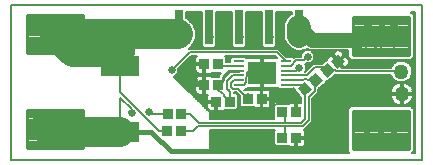
<source format=gtl>
G75*
%MOIN*%
%OFA0B0*%
%FSLAX25Y25*%
%IPPOS*%
%LPD*%
%AMOC8*
5,1,8,0,0,1.08239X$1,22.5*
%
%ADD10C,0.00500*%
%ADD11R,0.03346X0.03543*%
%ADD12R,0.03346X0.00787*%
%ADD13R,0.09646X0.07677*%
%ADD14R,0.12598X0.07087*%
%ADD15C,0.01102*%
%ADD16R,0.02559X0.11811*%
%ADD17C,0.05000*%
%ADD18C,0.10000*%
%ADD19C,0.02578*%
%ADD20C,0.00600*%
%ADD21C,0.01000*%
%ADD22C,0.00800*%
%ADD23C,0.01200*%
%ADD24C,0.01600*%
%ADD25C,0.08000*%
%ADD26C,0.05000*%
D10*
X0001250Y0001250D02*
X0001250Y0053150D01*
X0138350Y0053150D01*
X0138350Y0001250D01*
X0001250Y0001250D01*
D11*
X0053367Y0011050D03*
X0057933Y0011050D03*
X0058033Y0016750D03*
X0053467Y0016750D03*
X0069667Y0020750D03*
X0074233Y0020750D03*
X0080167Y0021750D03*
X0084733Y0021750D03*
X0091667Y0017250D03*
X0096233Y0017250D03*
G36*
X0101588Y0024716D02*
X0099026Y0022565D01*
X0096750Y0025278D01*
X0099312Y0027429D01*
X0101588Y0024716D01*
G37*
G36*
X0105086Y0027651D02*
X0102524Y0025500D01*
X0100248Y0028213D01*
X0102810Y0030364D01*
X0105086Y0027651D01*
G37*
G36*
X0104282Y0031563D02*
X0106844Y0033714D01*
X0109120Y0031001D01*
X0106558Y0028850D01*
X0104282Y0031563D01*
G37*
G36*
X0107780Y0034499D02*
X0110342Y0036650D01*
X0112618Y0033937D01*
X0110056Y0031786D01*
X0107780Y0034499D01*
G37*
X0070233Y0033250D03*
X0065667Y0033250D03*
X0065667Y0026250D03*
X0070233Y0026250D03*
X0091667Y0008750D03*
X0096233Y0008750D03*
D12*
X0092749Y0026413D03*
X0092749Y0027988D03*
X0092749Y0029563D03*
X0092749Y0031137D03*
X0092749Y0032712D03*
X0092749Y0034287D03*
X0077151Y0034287D03*
X0077151Y0032712D03*
X0077151Y0031137D03*
X0077151Y0029563D03*
X0077151Y0027988D03*
X0077151Y0026413D03*
D13*
X0084950Y0030350D03*
D14*
X0037450Y0032774D03*
X0037450Y0010726D03*
D15*
X0025241Y0005411D02*
X0006659Y0005411D01*
X0006659Y0018089D01*
X0025241Y0018089D01*
X0025241Y0005411D01*
X0025241Y0006458D02*
X0006659Y0006458D01*
X0006659Y0007505D02*
X0025241Y0007505D01*
X0025241Y0008552D02*
X0006659Y0008552D01*
X0006659Y0009599D02*
X0025241Y0009599D01*
X0025241Y0010646D02*
X0006659Y0010646D01*
X0006659Y0011693D02*
X0025241Y0011693D01*
X0025241Y0012740D02*
X0006659Y0012740D01*
X0006659Y0013787D02*
X0025241Y0013787D01*
X0025241Y0014834D02*
X0006659Y0014834D01*
X0006659Y0015881D02*
X0025241Y0015881D01*
X0025241Y0016928D02*
X0006659Y0016928D01*
X0006659Y0017975D02*
X0025241Y0017975D01*
X0025241Y0036911D02*
X0006659Y0036911D01*
X0006659Y0049589D01*
X0025241Y0049589D01*
X0025241Y0036911D01*
X0025241Y0037958D02*
X0006659Y0037958D01*
X0006659Y0039005D02*
X0025241Y0039005D01*
X0025241Y0040052D02*
X0006659Y0040052D01*
X0006659Y0041099D02*
X0025241Y0041099D01*
X0025241Y0042146D02*
X0006659Y0042146D01*
X0006659Y0043193D02*
X0025241Y0043193D01*
X0025241Y0044240D02*
X0006659Y0044240D01*
X0006659Y0045287D02*
X0025241Y0045287D01*
X0025241Y0046334D02*
X0006659Y0046334D01*
X0006659Y0047381D02*
X0025241Y0047381D01*
X0025241Y0048428D02*
X0006659Y0048428D01*
X0006659Y0049475D02*
X0025241Y0049475D01*
X0115159Y0036411D02*
X0133741Y0036411D01*
X0115159Y0036411D02*
X0115159Y0049089D01*
X0133741Y0049089D01*
X0133741Y0036411D01*
X0133741Y0037458D02*
X0115159Y0037458D01*
X0115159Y0038505D02*
X0133741Y0038505D01*
X0133741Y0039552D02*
X0115159Y0039552D01*
X0115159Y0040599D02*
X0133741Y0040599D01*
X0133741Y0041646D02*
X0115159Y0041646D01*
X0115159Y0042693D02*
X0133741Y0042693D01*
X0133741Y0043740D02*
X0115159Y0043740D01*
X0115159Y0044787D02*
X0133741Y0044787D01*
X0133741Y0045834D02*
X0115159Y0045834D01*
X0115159Y0046881D02*
X0133741Y0046881D01*
X0133741Y0047928D02*
X0115159Y0047928D01*
X0115159Y0048975D02*
X0133741Y0048975D01*
X0133741Y0004911D02*
X0115159Y0004911D01*
X0115159Y0017589D01*
X0133741Y0017589D01*
X0133741Y0004911D01*
X0133741Y0005958D02*
X0115159Y0005958D01*
X0115159Y0007005D02*
X0133741Y0007005D01*
X0133741Y0008052D02*
X0115159Y0008052D01*
X0115159Y0009099D02*
X0133741Y0009099D01*
X0133741Y0010146D02*
X0115159Y0010146D01*
X0115159Y0011193D02*
X0133741Y0011193D01*
X0133741Y0012240D02*
X0115159Y0012240D01*
X0115159Y0013287D02*
X0133741Y0013287D01*
X0133741Y0014334D02*
X0115159Y0014334D01*
X0115159Y0015381D02*
X0133741Y0015381D01*
X0133741Y0016428D02*
X0115159Y0016428D01*
X0115159Y0017475D02*
X0133741Y0017475D01*
D16*
X0097214Y0045750D03*
X0087214Y0045750D03*
X0077214Y0045750D03*
X0067214Y0045750D03*
X0057214Y0045750D03*
D17*
X0131350Y0030850D03*
X0131450Y0023450D03*
D18*
X0056950Y0043250D02*
X0052450Y0043250D01*
X0022450Y0043250D01*
X0015950Y0043250D01*
X0021950Y0037250D01*
X0037450Y0037250D01*
X0012450Y0012250D02*
X0013974Y0010726D01*
X0037450Y0010726D01*
D19*
X0041407Y0017053D03*
X0047201Y0017474D03*
X0070233Y0026250D03*
X0062450Y0027250D03*
X0054733Y0031250D03*
X0070233Y0033250D03*
X0067450Y0042250D03*
X0077450Y0042250D03*
X0087450Y0042250D03*
X0100167Y0035750D03*
X0097359Y0032159D03*
X0119450Y0037550D03*
X0124550Y0037850D03*
X0129050Y0037550D03*
X0129450Y0041850D03*
X0124450Y0042750D03*
X0119350Y0041850D03*
X0120350Y0046150D03*
X0124850Y0046750D03*
X0128850Y0046450D03*
X0080167Y0022332D03*
X0102839Y0016189D03*
X0102839Y0016189D03*
X0120050Y0015350D03*
X0124850Y0015350D03*
X0129350Y0015350D03*
X0129050Y0011150D03*
X0124450Y0011250D03*
X0119750Y0011150D03*
X0122750Y0007250D03*
X0126950Y0007550D03*
X0087904Y0006557D03*
X0022450Y0043250D03*
X0015950Y0043250D03*
D20*
X0037450Y0032774D02*
X0037450Y0032250D01*
X0037450Y0023967D01*
X0040767Y0020650D01*
X0040929Y0020650D01*
X0050529Y0011050D01*
X0053367Y0011050D01*
X0057933Y0011050D02*
X0061974Y0011050D01*
X0063474Y0012550D01*
X0092450Y0012550D01*
X0092450Y0009533D01*
X0091667Y0008750D01*
X0088893Y0008593D02*
X0067450Y0008593D01*
X0067450Y0009191D02*
X0088893Y0009191D01*
X0088893Y0009790D02*
X0067450Y0009790D01*
X0067450Y0010388D02*
X0088893Y0010388D01*
X0088893Y0010977D02*
X0088893Y0006523D01*
X0089538Y0005878D01*
X0093795Y0005878D01*
X0093821Y0005904D01*
X0094058Y0005767D01*
X0094389Y0005678D01*
X0095933Y0005678D01*
X0095933Y0008450D01*
X0096533Y0008450D01*
X0096533Y0005678D01*
X0098078Y0005678D01*
X0098408Y0005767D01*
X0098705Y0005938D01*
X0098947Y0006180D01*
X0099118Y0006477D01*
X0099207Y0006807D01*
X0099207Y0008450D01*
X0096534Y0008450D01*
X0096534Y0009050D01*
X0099207Y0009050D01*
X0099207Y0010693D01*
X0099118Y0011023D01*
X0098947Y0011320D01*
X0098917Y0011350D01*
X0098944Y0011350D01*
X0099647Y0012053D01*
X0101650Y0014056D01*
X0101650Y0021765D01*
X0103718Y0023833D01*
X0103718Y0025066D01*
X0106144Y0027101D01*
X0106203Y0027776D01*
X0106916Y0027714D01*
X0109230Y0029656D01*
X0127948Y0029656D01*
X0128298Y0028811D01*
X0129311Y0027798D01*
X0130634Y0027250D01*
X0132066Y0027250D01*
X0133389Y0027798D01*
X0134402Y0028811D01*
X0134950Y0030134D01*
X0134950Y0031566D01*
X0134402Y0032889D01*
X0133389Y0033902D01*
X0132066Y0034450D01*
X0130634Y0034450D01*
X0129311Y0033902D01*
X0128298Y0032889D01*
X0127953Y0032056D01*
X0111622Y0032056D01*
X0110162Y0033795D01*
X0110622Y0034181D01*
X0110236Y0034640D01*
X0109777Y0034255D01*
X0107995Y0036378D01*
X0106812Y0035385D01*
X0106616Y0035105D01*
X0106522Y0034847D01*
X0106486Y0034850D01*
X0104817Y0033450D01*
X0101953Y0033450D01*
X0101250Y0032747D01*
X0099266Y0030763D01*
X0099058Y0030763D01*
X0099548Y0031252D01*
X0099548Y0033065D01*
X0099265Y0033348D01*
X0099461Y0033348D01*
X0099675Y0033561D01*
X0101073Y0033561D01*
X0102355Y0034843D01*
X0102355Y0036657D01*
X0101073Y0037939D01*
X0099260Y0037939D01*
X0097978Y0036657D01*
X0097978Y0035748D01*
X0095872Y0035748D01*
X0095391Y0035267D01*
X0094878Y0035780D01*
X0092953Y0035780D01*
X0090986Y0037747D01*
X0090283Y0038450D01*
X0060494Y0038450D01*
X0061952Y0039908D01*
X0062850Y0042076D01*
X0062850Y0044424D01*
X0061952Y0046592D01*
X0060292Y0048252D01*
X0059593Y0048541D01*
X0059593Y0050600D01*
X0064834Y0050600D01*
X0064834Y0039389D01*
X0065479Y0038744D01*
X0068949Y0038744D01*
X0069593Y0039389D01*
X0069593Y0041298D01*
X0069639Y0041343D01*
X0069639Y0043157D01*
X0069593Y0043202D01*
X0069593Y0050600D01*
X0074834Y0050600D01*
X0074834Y0039389D01*
X0075479Y0038744D01*
X0078949Y0038744D01*
X0079593Y0039389D01*
X0079593Y0041298D01*
X0079639Y0041343D01*
X0079639Y0043157D01*
X0079593Y0043202D01*
X0079593Y0050600D01*
X0084834Y0050600D01*
X0084834Y0039389D01*
X0085479Y0038744D01*
X0088949Y0038744D01*
X0089593Y0039389D01*
X0089593Y0041298D01*
X0089639Y0041343D01*
X0089639Y0043157D01*
X0089593Y0043202D01*
X0089593Y0050600D01*
X0094834Y0050600D01*
X0094834Y0050068D01*
X0094438Y0049904D01*
X0093060Y0048526D01*
X0092314Y0046725D01*
X0092314Y0041775D01*
X0093060Y0039974D01*
X0094438Y0038596D01*
X0096239Y0037850D01*
X0098188Y0037850D01*
X0099790Y0038513D01*
X0100787Y0038100D01*
X0113507Y0038100D01*
X0113507Y0035727D01*
X0114475Y0034760D01*
X0134425Y0034760D01*
X0135393Y0035727D01*
X0135393Y0049773D01*
X0134565Y0050600D01*
X0135800Y0050600D01*
X0135800Y0003800D01*
X0134965Y0003800D01*
X0135393Y0004227D01*
X0135393Y0018273D01*
X0134425Y0019240D01*
X0114475Y0019240D01*
X0113507Y0018273D01*
X0113507Y0004227D01*
X0113935Y0003800D01*
X0067450Y0003800D01*
X0067450Y0011350D01*
X0089266Y0011350D01*
X0088893Y0010977D01*
X0088903Y0010987D02*
X0067450Y0010987D01*
X0063933Y0013750D02*
X0092450Y0013750D01*
X0092450Y0016467D01*
X0091667Y0017250D01*
X0088893Y0016972D02*
X0067450Y0016972D01*
X0067450Y0017250D02*
X0055639Y0029061D01*
X0055640Y0029061D01*
X0056922Y0030343D01*
X0056922Y0031742D01*
X0061231Y0036050D01*
X0063183Y0036050D01*
X0062953Y0035820D01*
X0062782Y0035523D01*
X0062693Y0035193D01*
X0062693Y0033550D01*
X0065366Y0033550D01*
X0065366Y0032950D01*
X0062693Y0032950D01*
X0062693Y0031307D01*
X0062782Y0030977D01*
X0062953Y0030680D01*
X0063195Y0030438D01*
X0063492Y0030267D01*
X0063822Y0030178D01*
X0065367Y0030178D01*
X0065367Y0032950D01*
X0065966Y0032950D01*
X0065966Y0030178D01*
X0067511Y0030178D01*
X0067842Y0030267D01*
X0068079Y0030404D01*
X0068105Y0030378D01*
X0071082Y0030378D01*
X0070442Y0029738D01*
X0070442Y0029122D01*
X0068105Y0029122D01*
X0068079Y0029096D01*
X0067842Y0029233D01*
X0067511Y0029322D01*
X0065966Y0029322D01*
X0065966Y0026550D01*
X0065367Y0026550D01*
X0065367Y0029322D01*
X0063822Y0029322D01*
X0063492Y0029233D01*
X0063195Y0029062D01*
X0062953Y0028820D01*
X0062782Y0028523D01*
X0062693Y0028193D01*
X0062693Y0026550D01*
X0065366Y0026550D01*
X0065366Y0025950D01*
X0062693Y0025950D01*
X0062693Y0024307D01*
X0062782Y0023977D01*
X0062953Y0023680D01*
X0063195Y0023438D01*
X0063492Y0023267D01*
X0063822Y0023178D01*
X0065367Y0023178D01*
X0065367Y0025950D01*
X0065966Y0025950D01*
X0065966Y0023178D01*
X0066871Y0023178D01*
X0066782Y0023023D01*
X0066693Y0022693D01*
X0066693Y0021050D01*
X0069366Y0021050D01*
X0069366Y0020450D01*
X0066693Y0020450D01*
X0066693Y0018807D01*
X0066782Y0018477D01*
X0066953Y0018180D01*
X0067195Y0017938D01*
X0067492Y0017767D01*
X0067822Y0017678D01*
X0069367Y0017678D01*
X0069367Y0020450D01*
X0069966Y0020450D01*
X0069966Y0017678D01*
X0071511Y0017678D01*
X0071842Y0017767D01*
X0072079Y0017904D01*
X0072105Y0017878D01*
X0076362Y0017878D01*
X0077007Y0018523D01*
X0077007Y0022977D01*
X0076362Y0023622D01*
X0075533Y0023622D01*
X0075533Y0023919D01*
X0076300Y0023919D01*
X0077393Y0022826D01*
X0077393Y0019523D01*
X0078038Y0018878D01*
X0082295Y0018878D01*
X0082321Y0018904D01*
X0082558Y0018767D01*
X0082889Y0018678D01*
X0084433Y0018678D01*
X0084433Y0021450D01*
X0085033Y0021450D01*
X0085033Y0018678D01*
X0086578Y0018678D01*
X0086908Y0018767D01*
X0087205Y0018938D01*
X0087447Y0019180D01*
X0087618Y0019477D01*
X0087707Y0019807D01*
X0087707Y0021450D01*
X0085034Y0021450D01*
X0085034Y0022050D01*
X0087707Y0022050D01*
X0087707Y0023693D01*
X0087618Y0024023D01*
X0087447Y0024320D01*
X0087205Y0024562D01*
X0086908Y0024733D01*
X0086578Y0024822D01*
X0085033Y0024822D01*
X0085033Y0022050D01*
X0084433Y0022050D01*
X0084433Y0024822D01*
X0082889Y0024822D01*
X0082558Y0024733D01*
X0082321Y0024596D01*
X0082295Y0024622D01*
X0078992Y0024622D01*
X0078894Y0024720D01*
X0078995Y0024720D01*
X0079326Y0024808D01*
X0079622Y0024979D01*
X0079864Y0025221D01*
X0079872Y0025234D01*
X0079956Y0025211D01*
X0084650Y0025211D01*
X0084650Y0030050D01*
X0079924Y0030050D01*
X0079924Y0030650D01*
X0084650Y0030650D01*
X0084650Y0035489D01*
X0079956Y0035489D01*
X0079653Y0035407D01*
X0079280Y0035780D01*
X0075022Y0035780D01*
X0074378Y0035136D01*
X0074378Y0033912D01*
X0073007Y0033912D01*
X0073007Y0035477D01*
X0072434Y0036050D01*
X0089289Y0036050D01*
X0089850Y0035489D01*
X0085250Y0035489D01*
X0085250Y0030650D01*
X0084650Y0030650D01*
X0084650Y0030050D01*
X0085250Y0030050D01*
X0085250Y0025211D01*
X0089944Y0025211D01*
X0090247Y0025293D01*
X0090620Y0024920D01*
X0094878Y0024920D01*
X0095171Y0025213D01*
X0095638Y0025213D01*
X0095613Y0024920D01*
X0097969Y0022112D01*
X0097969Y0020322D01*
X0096533Y0020322D01*
X0096533Y0017550D01*
X0095933Y0017550D01*
X0095933Y0020322D01*
X0094389Y0020322D01*
X0094058Y0020233D01*
X0093821Y0020096D01*
X0093795Y0020122D01*
X0089538Y0020122D01*
X0088893Y0019477D01*
X0088893Y0015023D01*
X0088966Y0014950D01*
X0067450Y0014950D01*
X0067450Y0017250D01*
X0067129Y0017571D02*
X0088893Y0017571D01*
X0088893Y0018169D02*
X0076653Y0018169D01*
X0077007Y0018768D02*
X0082557Y0018768D01*
X0084433Y0018768D02*
X0085033Y0018768D01*
X0085033Y0019366D02*
X0084433Y0019366D01*
X0084433Y0019965D02*
X0085033Y0019965D01*
X0085033Y0020563D02*
X0084433Y0020563D01*
X0084433Y0021162D02*
X0085033Y0021162D01*
X0085034Y0021760D02*
X0097969Y0021760D01*
X0097762Y0022359D02*
X0087707Y0022359D01*
X0087707Y0022957D02*
X0097260Y0022957D01*
X0096758Y0023556D02*
X0087707Y0023556D01*
X0087543Y0024154D02*
X0096255Y0024154D01*
X0095753Y0024753D02*
X0086835Y0024753D01*
X0085250Y0025351D02*
X0084650Y0025351D01*
X0084650Y0025950D02*
X0085250Y0025950D01*
X0085250Y0026548D02*
X0084650Y0026548D01*
X0084650Y0027147D02*
X0085250Y0027147D01*
X0085250Y0027745D02*
X0084650Y0027745D01*
X0084650Y0028344D02*
X0085250Y0028344D01*
X0085250Y0028942D02*
X0084650Y0028942D01*
X0084650Y0029541D02*
X0085250Y0029541D01*
X0084650Y0030139D02*
X0079924Y0030139D01*
X0079724Y0028986D02*
X0081088Y0030350D01*
X0084950Y0030350D01*
X0084650Y0030738D02*
X0085250Y0030738D01*
X0085250Y0031336D02*
X0084650Y0031336D01*
X0084650Y0031935D02*
X0085250Y0031935D01*
X0085250Y0032533D02*
X0084650Y0032533D01*
X0084650Y0033132D02*
X0085250Y0033132D01*
X0085250Y0033730D02*
X0084650Y0033730D01*
X0084650Y0034329D02*
X0085250Y0034329D01*
X0085250Y0034927D02*
X0084650Y0034927D01*
X0079534Y0035526D02*
X0089813Y0035526D01*
X0089786Y0037250D02*
X0092749Y0034287D01*
X0092749Y0034306D01*
X0095132Y0035526D02*
X0095650Y0035526D01*
X0096369Y0034548D02*
X0098964Y0034548D01*
X0100167Y0035750D01*
X0097978Y0036124D02*
X0092609Y0036124D01*
X0092010Y0036723D02*
X0098044Y0036723D01*
X0098642Y0037321D02*
X0091412Y0037321D01*
X0090813Y0037920D02*
X0096070Y0037920D01*
X0094625Y0038518D02*
X0060562Y0038518D01*
X0061161Y0039117D02*
X0065106Y0039117D01*
X0064834Y0039715D02*
X0061759Y0039715D01*
X0062120Y0040314D02*
X0064834Y0040314D01*
X0064834Y0040912D02*
X0062368Y0040912D01*
X0062616Y0041511D02*
X0064834Y0041511D01*
X0064834Y0042109D02*
X0062850Y0042109D01*
X0062850Y0042708D02*
X0064834Y0042708D01*
X0064834Y0043307D02*
X0062850Y0043307D01*
X0062850Y0043905D02*
X0064834Y0043905D01*
X0064834Y0044504D02*
X0062817Y0044504D01*
X0062569Y0045102D02*
X0064834Y0045102D01*
X0064834Y0045701D02*
X0062321Y0045701D01*
X0062073Y0046299D02*
X0064834Y0046299D01*
X0064834Y0046898D02*
X0061646Y0046898D01*
X0061048Y0047496D02*
X0064834Y0047496D01*
X0064834Y0048095D02*
X0060449Y0048095D01*
X0059593Y0048693D02*
X0064834Y0048693D01*
X0064834Y0049292D02*
X0059593Y0049292D01*
X0059593Y0049890D02*
X0064834Y0049890D01*
X0064834Y0050489D02*
X0059593Y0050489D01*
X0069593Y0050489D02*
X0074834Y0050489D01*
X0074834Y0049890D02*
X0069593Y0049890D01*
X0069593Y0049292D02*
X0074834Y0049292D01*
X0074834Y0048693D02*
X0069593Y0048693D01*
X0069593Y0048095D02*
X0074834Y0048095D01*
X0074834Y0047496D02*
X0069593Y0047496D01*
X0069593Y0046898D02*
X0074834Y0046898D01*
X0074834Y0046299D02*
X0069593Y0046299D01*
X0069593Y0045701D02*
X0074834Y0045701D01*
X0074834Y0045102D02*
X0069593Y0045102D01*
X0069593Y0044504D02*
X0074834Y0044504D01*
X0074834Y0043905D02*
X0069593Y0043905D01*
X0069593Y0043307D02*
X0074834Y0043307D01*
X0074834Y0042708D02*
X0069639Y0042708D01*
X0069639Y0042109D02*
X0074834Y0042109D01*
X0074834Y0041511D02*
X0069639Y0041511D01*
X0069593Y0040912D02*
X0074834Y0040912D01*
X0074834Y0040314D02*
X0069593Y0040314D01*
X0069593Y0039715D02*
X0074834Y0039715D01*
X0075106Y0039117D02*
X0069321Y0039117D01*
X0067450Y0042250D02*
X0067214Y0045750D01*
X0057214Y0045750D02*
X0054714Y0043250D01*
X0052450Y0043250D01*
X0060733Y0037250D02*
X0089786Y0037250D01*
X0089321Y0039117D02*
X0093917Y0039117D01*
X0093319Y0039715D02*
X0089593Y0039715D01*
X0089593Y0040314D02*
X0092919Y0040314D01*
X0092671Y0040912D02*
X0089593Y0040912D01*
X0089639Y0041511D02*
X0092423Y0041511D01*
X0092314Y0042109D02*
X0089639Y0042109D01*
X0089639Y0042708D02*
X0092314Y0042708D01*
X0092314Y0043307D02*
X0089593Y0043307D01*
X0089593Y0043905D02*
X0092314Y0043905D01*
X0092314Y0044504D02*
X0089593Y0044504D01*
X0089593Y0045102D02*
X0092314Y0045102D01*
X0092314Y0045701D02*
X0089593Y0045701D01*
X0089593Y0046299D02*
X0092314Y0046299D01*
X0092385Y0046898D02*
X0089593Y0046898D01*
X0089593Y0047496D02*
X0092633Y0047496D01*
X0092881Y0048095D02*
X0089593Y0048095D01*
X0089593Y0048693D02*
X0093227Y0048693D01*
X0093826Y0049292D02*
X0089593Y0049292D01*
X0089593Y0049890D02*
X0094424Y0049890D01*
X0094834Y0050489D02*
X0089593Y0050489D01*
X0084834Y0050489D02*
X0079593Y0050489D01*
X0079593Y0049890D02*
X0084834Y0049890D01*
X0084834Y0049292D02*
X0079593Y0049292D01*
X0079593Y0048693D02*
X0084834Y0048693D01*
X0084834Y0048095D02*
X0079593Y0048095D01*
X0079593Y0047496D02*
X0084834Y0047496D01*
X0084834Y0046898D02*
X0079593Y0046898D01*
X0079593Y0046299D02*
X0084834Y0046299D01*
X0084834Y0045701D02*
X0079593Y0045701D01*
X0079593Y0045102D02*
X0084834Y0045102D01*
X0084834Y0044504D02*
X0079593Y0044504D01*
X0079593Y0043905D02*
X0084834Y0043905D01*
X0084834Y0043307D02*
X0079593Y0043307D01*
X0079639Y0042708D02*
X0084834Y0042708D01*
X0084834Y0042109D02*
X0079639Y0042109D01*
X0079639Y0041511D02*
X0084834Y0041511D01*
X0084834Y0040912D02*
X0079593Y0040912D01*
X0079593Y0040314D02*
X0084834Y0040314D01*
X0084834Y0039715D02*
X0079593Y0039715D01*
X0079321Y0039117D02*
X0085106Y0039117D01*
X0074768Y0035526D02*
X0072958Y0035526D01*
X0073007Y0034927D02*
X0074378Y0034927D01*
X0074378Y0034329D02*
X0073007Y0034329D01*
X0070771Y0032712D02*
X0070233Y0033250D01*
X0070771Y0032712D02*
X0077151Y0032712D01*
X0070843Y0030139D02*
X0056718Y0030139D01*
X0056922Y0030738D02*
X0062920Y0030738D01*
X0062693Y0031336D02*
X0056922Y0031336D01*
X0057115Y0031935D02*
X0062693Y0031935D01*
X0062693Y0032533D02*
X0057714Y0032533D01*
X0058312Y0033132D02*
X0065366Y0033132D01*
X0065367Y0032533D02*
X0065966Y0032533D01*
X0065966Y0031935D02*
X0065367Y0031935D01*
X0065367Y0031336D02*
X0065966Y0031336D01*
X0065966Y0030738D02*
X0065367Y0030738D01*
X0065367Y0028942D02*
X0065966Y0028942D01*
X0065966Y0028344D02*
X0065367Y0028344D01*
X0065367Y0027745D02*
X0065966Y0027745D01*
X0065966Y0027147D02*
X0065367Y0027147D01*
X0065366Y0026548D02*
X0058152Y0026548D01*
X0058750Y0025950D02*
X0062693Y0025950D01*
X0062693Y0025351D02*
X0059349Y0025351D01*
X0059947Y0024753D02*
X0062693Y0024753D01*
X0062734Y0024154D02*
X0060546Y0024154D01*
X0061144Y0023556D02*
X0063078Y0023556D01*
X0061743Y0022957D02*
X0066764Y0022957D01*
X0066693Y0022359D02*
X0062341Y0022359D01*
X0062940Y0021760D02*
X0066693Y0021760D01*
X0066693Y0021162D02*
X0063538Y0021162D01*
X0064137Y0020563D02*
X0069366Y0020563D01*
X0069367Y0019965D02*
X0069966Y0019965D01*
X0069966Y0019366D02*
X0069367Y0019366D01*
X0069367Y0018768D02*
X0069966Y0018768D01*
X0069966Y0018169D02*
X0069367Y0018169D01*
X0066964Y0018169D02*
X0066531Y0018169D01*
X0066704Y0018768D02*
X0065932Y0018768D01*
X0065334Y0019366D02*
X0066693Y0019366D01*
X0066693Y0019965D02*
X0064735Y0019965D01*
X0067450Y0016373D02*
X0088893Y0016373D01*
X0088893Y0015775D02*
X0067450Y0015775D01*
X0067450Y0015176D02*
X0088893Y0015176D01*
X0092450Y0013750D02*
X0097950Y0013750D01*
X0099169Y0014969D01*
X0099169Y0024997D01*
X0099168Y0024997D02*
X0099166Y0025071D01*
X0099160Y0025145D01*
X0099151Y0025219D01*
X0099137Y0025291D01*
X0099120Y0025363D01*
X0099099Y0025435D01*
X0099074Y0025504D01*
X0099046Y0025573D01*
X0099014Y0025640D01*
X0098978Y0025705D01*
X0098940Y0025768D01*
X0098898Y0025829D01*
X0098852Y0025888D01*
X0098804Y0025944D01*
X0098753Y0025998D01*
X0098699Y0026049D01*
X0098643Y0026097D01*
X0098584Y0026143D01*
X0098523Y0026185D01*
X0098460Y0026223D01*
X0098395Y0026259D01*
X0098328Y0026291D01*
X0098259Y0026319D01*
X0098190Y0026344D01*
X0098118Y0026365D01*
X0098046Y0026382D01*
X0097974Y0026396D01*
X0097900Y0026405D01*
X0097826Y0026411D01*
X0097752Y0026413D01*
X0092749Y0026413D01*
X0092749Y0027988D02*
X0098577Y0027988D01*
X0098948Y0028358D01*
X0099696Y0028358D01*
X0100067Y0027988D01*
X0102612Y0027988D01*
X0102624Y0027987D01*
X0102636Y0027982D01*
X0102647Y0027976D01*
X0102656Y0027967D01*
X0102662Y0027956D01*
X0102667Y0027944D01*
X0102668Y0027932D01*
X0102667Y0027932D02*
X0102518Y0027783D01*
X0102518Y0024330D01*
X0100450Y0022262D01*
X0100450Y0014553D01*
X0098447Y0012550D01*
X0092450Y0012550D01*
X0099180Y0011585D02*
X0113507Y0011585D01*
X0113507Y0010987D02*
X0099128Y0010987D01*
X0099207Y0010388D02*
X0113507Y0010388D01*
X0113507Y0009790D02*
X0099207Y0009790D01*
X0099207Y0009191D02*
X0113507Y0009191D01*
X0113507Y0008593D02*
X0096534Y0008593D01*
X0096533Y0007994D02*
X0095933Y0007994D01*
X0095933Y0007396D02*
X0096533Y0007396D01*
X0096533Y0006797D02*
X0095933Y0006797D01*
X0095933Y0006199D02*
X0096533Y0006199D01*
X0098958Y0006199D02*
X0113507Y0006199D01*
X0113507Y0006797D02*
X0099204Y0006797D01*
X0099207Y0007396D02*
X0113507Y0007396D01*
X0113507Y0007994D02*
X0099207Y0007994D01*
X0099778Y0012184D02*
X0113507Y0012184D01*
X0113507Y0012782D02*
X0100377Y0012782D01*
X0100975Y0013381D02*
X0113507Y0013381D01*
X0113507Y0013979D02*
X0101574Y0013979D01*
X0101650Y0014578D02*
X0113507Y0014578D01*
X0113507Y0015176D02*
X0101650Y0015176D01*
X0101650Y0015775D02*
X0113507Y0015775D01*
X0113507Y0016373D02*
X0101650Y0016373D01*
X0101650Y0016972D02*
X0113507Y0016972D01*
X0113507Y0017571D02*
X0101650Y0017571D01*
X0101650Y0018169D02*
X0113507Y0018169D01*
X0114003Y0018768D02*
X0101650Y0018768D01*
X0101650Y0019366D02*
X0135800Y0019366D01*
X0135800Y0018768D02*
X0134897Y0018768D01*
X0135393Y0018169D02*
X0135800Y0018169D01*
X0135800Y0017571D02*
X0135393Y0017571D01*
X0135393Y0016972D02*
X0135800Y0016972D01*
X0135800Y0016373D02*
X0135393Y0016373D01*
X0135393Y0015775D02*
X0135800Y0015775D01*
X0135800Y0015176D02*
X0135393Y0015176D01*
X0135393Y0014578D02*
X0135800Y0014578D01*
X0135800Y0013979D02*
X0135393Y0013979D01*
X0135393Y0013381D02*
X0135800Y0013381D01*
X0135800Y0012782D02*
X0135393Y0012782D01*
X0135393Y0012184D02*
X0135800Y0012184D01*
X0135800Y0011585D02*
X0135393Y0011585D01*
X0135393Y0010987D02*
X0135800Y0010987D01*
X0135800Y0010388D02*
X0135393Y0010388D01*
X0135393Y0009790D02*
X0135800Y0009790D01*
X0135800Y0009191D02*
X0135393Y0009191D01*
X0135393Y0008593D02*
X0135800Y0008593D01*
X0135800Y0007994D02*
X0135393Y0007994D01*
X0135393Y0007396D02*
X0135800Y0007396D01*
X0135800Y0006797D02*
X0135393Y0006797D01*
X0135393Y0006199D02*
X0135800Y0006199D01*
X0135800Y0005600D02*
X0135393Y0005600D01*
X0135393Y0005002D02*
X0135800Y0005002D01*
X0135800Y0004403D02*
X0135393Y0004403D01*
X0135800Y0003805D02*
X0134970Y0003805D01*
X0113930Y0003805D02*
X0067450Y0003805D01*
X0067450Y0004403D02*
X0113507Y0004403D01*
X0113507Y0005002D02*
X0067450Y0005002D01*
X0067450Y0005600D02*
X0113507Y0005600D01*
X0089217Y0006199D02*
X0067450Y0006199D01*
X0067450Y0006797D02*
X0088893Y0006797D01*
X0088893Y0007396D02*
X0067450Y0007396D01*
X0067450Y0007994D02*
X0088893Y0007994D01*
X0095933Y0017571D02*
X0096533Y0017571D01*
X0096533Y0018169D02*
X0095933Y0018169D01*
X0095933Y0018768D02*
X0096533Y0018768D01*
X0096533Y0019366D02*
X0095933Y0019366D01*
X0095933Y0019965D02*
X0096533Y0019965D01*
X0097969Y0020563D02*
X0087707Y0020563D01*
X0087707Y0019965D02*
X0089381Y0019965D01*
X0088893Y0019366D02*
X0087554Y0019366D01*
X0086909Y0018768D02*
X0088893Y0018768D01*
X0087707Y0021162D02*
X0097969Y0021162D01*
X0101650Y0021162D02*
X0128409Y0021162D01*
X0128498Y0021028D02*
X0128082Y0021650D01*
X0127796Y0022342D01*
X0127650Y0023076D01*
X0127650Y0023150D01*
X0131150Y0023150D01*
X0131750Y0023150D01*
X0131750Y0023750D01*
X0135250Y0023750D01*
X0135250Y0023824D01*
X0135104Y0024558D01*
X0134818Y0025250D01*
X0134402Y0025872D01*
X0133872Y0026402D01*
X0133250Y0026818D01*
X0132558Y0027104D01*
X0131824Y0027250D01*
X0131750Y0027250D01*
X0131750Y0023750D01*
X0131150Y0023750D01*
X0131150Y0027250D01*
X0131076Y0027250D01*
X0130342Y0027104D01*
X0129650Y0026818D01*
X0129028Y0026402D01*
X0128498Y0025872D01*
X0128082Y0025250D01*
X0127796Y0024558D01*
X0127650Y0023824D01*
X0127650Y0023750D01*
X0131150Y0023750D01*
X0131150Y0023150D01*
X0131150Y0019650D01*
X0131076Y0019650D01*
X0130342Y0019796D01*
X0129650Y0020082D01*
X0129028Y0020498D01*
X0128498Y0021028D01*
X0128963Y0020563D02*
X0101650Y0020563D01*
X0101650Y0019965D02*
X0129935Y0019965D01*
X0131150Y0019965D02*
X0131750Y0019965D01*
X0131750Y0019650D02*
X0131824Y0019650D01*
X0132558Y0019796D01*
X0133250Y0020082D01*
X0133872Y0020498D01*
X0134402Y0021028D01*
X0134818Y0021650D01*
X0135104Y0022342D01*
X0135250Y0023076D01*
X0135250Y0023150D01*
X0131750Y0023150D01*
X0131750Y0019650D01*
X0131750Y0020563D02*
X0131150Y0020563D01*
X0131150Y0021162D02*
X0131750Y0021162D01*
X0133937Y0020563D02*
X0135800Y0020563D01*
X0135800Y0019965D02*
X0132965Y0019965D01*
X0134491Y0021162D02*
X0135800Y0021162D01*
X0135800Y0021760D02*
X0134863Y0021760D01*
X0135107Y0022359D02*
X0135800Y0022359D01*
X0135800Y0022957D02*
X0135226Y0022957D01*
X0135800Y0023556D02*
X0131750Y0023556D01*
X0131750Y0024154D02*
X0131150Y0024154D01*
X0131150Y0023556D02*
X0103441Y0023556D01*
X0103718Y0024154D02*
X0127716Y0024154D01*
X0127876Y0024753D02*
X0103718Y0024753D01*
X0104059Y0025351D02*
X0128150Y0025351D01*
X0128576Y0025950D02*
X0104772Y0025950D01*
X0105485Y0026548D02*
X0129247Y0026548D01*
X0130556Y0027147D02*
X0106148Y0027147D01*
X0106200Y0027745D02*
X0106559Y0027745D01*
X0106953Y0027745D02*
X0129438Y0027745D01*
X0128765Y0028344D02*
X0107666Y0028344D01*
X0108380Y0028942D02*
X0128244Y0028942D01*
X0127996Y0029541D02*
X0109093Y0029541D01*
X0109671Y0030856D02*
X0109245Y0031282D01*
X0106701Y0031282D01*
X0105733Y0032250D01*
X0102450Y0032250D01*
X0099763Y0029563D01*
X0092749Y0029563D01*
X0092749Y0031137D02*
X0096337Y0031137D01*
X0097359Y0032159D01*
X0099548Y0031935D02*
X0100438Y0031935D01*
X0101036Y0032533D02*
X0099548Y0032533D01*
X0099481Y0033132D02*
X0101635Y0033132D01*
X0101243Y0033730D02*
X0105151Y0033730D01*
X0105864Y0034329D02*
X0101841Y0034329D01*
X0102355Y0034927D02*
X0106551Y0034927D01*
X0106980Y0035526D02*
X0102355Y0035526D01*
X0102355Y0036124D02*
X0107693Y0036124D01*
X0108208Y0036124D02*
X0108991Y0036124D01*
X0108710Y0035526D02*
X0109493Y0035526D01*
X0109212Y0034927D02*
X0109995Y0034927D01*
X0110236Y0034640D02*
X0108455Y0036764D01*
X0109638Y0037756D01*
X0109948Y0037901D01*
X0110285Y0037960D01*
X0110626Y0037931D01*
X0110948Y0037814D01*
X0111228Y0037617D01*
X0112284Y0036359D01*
X0110236Y0034640D01*
X0110498Y0034329D02*
X0110798Y0034329D01*
X0110622Y0034181D02*
X0112670Y0035899D01*
X0113726Y0034641D01*
X0113870Y0034330D01*
X0113930Y0033993D01*
X0113900Y0033652D01*
X0113783Y0033331D01*
X0113587Y0033050D01*
X0112403Y0032058D01*
X0110622Y0034181D01*
X0111000Y0033730D02*
X0110217Y0033730D01*
X0109865Y0034329D02*
X0109714Y0034329D01*
X0110578Y0034927D02*
X0111512Y0034927D01*
X0111291Y0035526D02*
X0112225Y0035526D01*
X0112005Y0036124D02*
X0113507Y0036124D01*
X0113507Y0036723D02*
X0111978Y0036723D01*
X0111476Y0037321D02*
X0113507Y0037321D01*
X0113507Y0037920D02*
X0110655Y0037920D01*
X0110055Y0037920D02*
X0101092Y0037920D01*
X0101691Y0037321D02*
X0109119Y0037321D01*
X0108489Y0036723D02*
X0102289Y0036723D01*
X0099241Y0037920D02*
X0098357Y0037920D01*
X0096369Y0034548D02*
X0094534Y0032712D01*
X0092749Y0032712D01*
X0099548Y0031336D02*
X0099839Y0031336D01*
X0109671Y0030856D02*
X0131344Y0030856D01*
X0131350Y0030850D01*
X0134704Y0029541D02*
X0135800Y0029541D01*
X0135800Y0030139D02*
X0134950Y0030139D01*
X0134950Y0030738D02*
X0135800Y0030738D01*
X0135800Y0031336D02*
X0134950Y0031336D01*
X0134797Y0031935D02*
X0135800Y0031935D01*
X0135800Y0032533D02*
X0134549Y0032533D01*
X0134159Y0033132D02*
X0135800Y0033132D01*
X0135800Y0033730D02*
X0133561Y0033730D01*
X0132359Y0034329D02*
X0135800Y0034329D01*
X0135800Y0034927D02*
X0134592Y0034927D01*
X0135191Y0035526D02*
X0135800Y0035526D01*
X0135800Y0036124D02*
X0135393Y0036124D01*
X0135393Y0036723D02*
X0135800Y0036723D01*
X0135800Y0037321D02*
X0135393Y0037321D01*
X0135393Y0037920D02*
X0135800Y0037920D01*
X0135800Y0038518D02*
X0135393Y0038518D01*
X0135393Y0039117D02*
X0135800Y0039117D01*
X0135800Y0039715D02*
X0135393Y0039715D01*
X0135393Y0040314D02*
X0135800Y0040314D01*
X0135800Y0040912D02*
X0135393Y0040912D01*
X0135393Y0041511D02*
X0135800Y0041511D01*
X0135800Y0042109D02*
X0135393Y0042109D01*
X0135393Y0042708D02*
X0135800Y0042708D01*
X0135800Y0043307D02*
X0135393Y0043307D01*
X0135393Y0043905D02*
X0135800Y0043905D01*
X0135800Y0044504D02*
X0135393Y0044504D01*
X0135393Y0045102D02*
X0135800Y0045102D01*
X0135800Y0045701D02*
X0135393Y0045701D01*
X0135393Y0046299D02*
X0135800Y0046299D01*
X0135800Y0046898D02*
X0135393Y0046898D01*
X0135393Y0047496D02*
X0135800Y0047496D01*
X0135800Y0048095D02*
X0135393Y0048095D01*
X0135393Y0048693D02*
X0135800Y0048693D01*
X0135800Y0049292D02*
X0135393Y0049292D01*
X0135275Y0049890D02*
X0135800Y0049890D01*
X0135800Y0050489D02*
X0134676Y0050489D01*
X0113709Y0035526D02*
X0112983Y0035526D01*
X0113485Y0034927D02*
X0114308Y0034927D01*
X0113871Y0034329D02*
X0130341Y0034329D01*
X0129139Y0033730D02*
X0113907Y0033730D01*
X0113644Y0033132D02*
X0128541Y0033132D01*
X0128151Y0032533D02*
X0112970Y0032533D01*
X0112004Y0032533D02*
X0111221Y0032533D01*
X0111502Y0033132D02*
X0110719Y0033132D01*
X0131150Y0027147D02*
X0131750Y0027147D01*
X0132344Y0027147D02*
X0135800Y0027147D01*
X0135800Y0026548D02*
X0133653Y0026548D01*
X0134324Y0025950D02*
X0135800Y0025950D01*
X0135800Y0025351D02*
X0134750Y0025351D01*
X0135024Y0024753D02*
X0135800Y0024753D01*
X0135800Y0024154D02*
X0135184Y0024154D01*
X0131750Y0024753D02*
X0131150Y0024753D01*
X0131150Y0025351D02*
X0131750Y0025351D01*
X0131750Y0025950D02*
X0131150Y0025950D01*
X0131150Y0026548D02*
X0131750Y0026548D01*
X0133262Y0027745D02*
X0135800Y0027745D01*
X0135800Y0028344D02*
X0133935Y0028344D01*
X0134456Y0028942D02*
X0135800Y0028942D01*
X0131750Y0022957D02*
X0131150Y0022957D01*
X0131150Y0022359D02*
X0131750Y0022359D01*
X0131750Y0021760D02*
X0131150Y0021760D01*
X0128037Y0021760D02*
X0101650Y0021760D01*
X0102244Y0022359D02*
X0127793Y0022359D01*
X0127674Y0022957D02*
X0102842Y0022957D01*
X0085033Y0022957D02*
X0084433Y0022957D01*
X0084433Y0022359D02*
X0085033Y0022359D01*
X0085033Y0023556D02*
X0084433Y0023556D01*
X0084433Y0024154D02*
X0085033Y0024154D01*
X0085033Y0024753D02*
X0084433Y0024753D01*
X0082632Y0024753D02*
X0079119Y0024753D01*
X0076797Y0025119D02*
X0080167Y0021750D01*
X0077393Y0021760D02*
X0077007Y0021760D01*
X0077007Y0022359D02*
X0077393Y0022359D01*
X0077262Y0022957D02*
X0077007Y0022957D01*
X0076664Y0023556D02*
X0076428Y0023556D01*
X0074233Y0024294D02*
X0073378Y0025150D01*
X0074578Y0025647D02*
X0074578Y0027179D01*
X0075405Y0028006D01*
X0077132Y0028006D01*
X0077151Y0027988D01*
X0079009Y0026506D02*
X0079724Y0027222D01*
X0079724Y0028986D01*
X0079009Y0026506D02*
X0077244Y0026506D01*
X0077151Y0026413D01*
X0076797Y0025119D02*
X0075105Y0025119D01*
X0074578Y0025647D01*
X0074233Y0024294D02*
X0074233Y0020750D01*
X0077007Y0020563D02*
X0077393Y0020563D01*
X0077393Y0019965D02*
X0077007Y0019965D01*
X0077007Y0019366D02*
X0077550Y0019366D01*
X0077393Y0021162D02*
X0077007Y0021162D01*
X0065966Y0023556D02*
X0065367Y0023556D01*
X0065367Y0024154D02*
X0065966Y0024154D01*
X0065966Y0024753D02*
X0065367Y0024753D01*
X0065367Y0025351D02*
X0065966Y0025351D01*
X0065966Y0025950D02*
X0065367Y0025950D01*
X0062693Y0027147D02*
X0057553Y0027147D01*
X0056955Y0027745D02*
X0062693Y0027745D01*
X0062734Y0028344D02*
X0056356Y0028344D01*
X0055758Y0028942D02*
X0063075Y0028942D01*
X0056120Y0029541D02*
X0070442Y0029541D01*
X0062693Y0033730D02*
X0058911Y0033730D01*
X0059509Y0034329D02*
X0062693Y0034329D01*
X0062693Y0034927D02*
X0060108Y0034927D01*
X0060706Y0035526D02*
X0062783Y0035526D01*
X0060733Y0037250D02*
X0054733Y0031250D01*
X0041407Y0018193D02*
X0037651Y0021949D01*
X0037650Y0021950D01*
X0037651Y0021949D02*
X0037651Y0010927D01*
X0037450Y0010726D01*
X0035926Y0012250D01*
X0016450Y0012250D01*
X0015950Y0011750D01*
X0016450Y0012250D02*
X0012450Y0012250D01*
X0040718Y0017742D02*
X0041407Y0017053D01*
X0041407Y0018193D01*
X0047201Y0017474D02*
X0047925Y0016750D01*
X0053467Y0016750D01*
X0052867Y0017350D01*
X0053467Y0016750D02*
X0052798Y0016081D01*
X0058033Y0016750D02*
X0060933Y0016750D01*
X0063933Y0013750D01*
D21*
X0070233Y0026250D02*
X0071842Y0027858D01*
X0071842Y0029158D01*
X0073821Y0031137D01*
X0077151Y0031137D01*
X0097214Y0042750D02*
X0116950Y0042750D01*
X0116961Y0042739D01*
X0116961Y0040860D01*
X0117061Y0040760D01*
X0117061Y0037250D01*
X0117193Y0041500D02*
X0119000Y0041500D01*
X0123200Y0041500D01*
X0124450Y0042750D01*
X0124950Y0042250D01*
X0127061Y0042250D01*
X0119350Y0041850D02*
X0119000Y0041500D01*
X0124450Y0011250D02*
X0128950Y0011250D01*
X0129050Y0011150D01*
X0037450Y0032250D02*
X0037450Y0037250D01*
D22*
X0070233Y0026250D02*
X0070233Y0024750D01*
X0071462Y0023522D01*
X0071754Y0023522D01*
X0072340Y0022936D01*
X0072340Y0022644D01*
X0074233Y0020750D01*
X0074233Y0024153D01*
X0073278Y0025108D01*
X0073278Y0027718D01*
X0075142Y0029581D01*
X0077132Y0029581D01*
X0077151Y0029563D01*
X0081800Y0027200D02*
X0084950Y0030350D01*
X0080167Y0022332D02*
X0080167Y0021750D01*
X0038474Y0011750D02*
X0037450Y0010726D01*
X0077450Y0042250D02*
X0077450Y0045514D01*
X0077214Y0045750D01*
D23*
X0087214Y0045750D02*
X0087214Y0042486D01*
X0087450Y0042250D01*
X0063450Y0026250D02*
X0062450Y0027250D01*
X0063450Y0026250D02*
X0065667Y0026250D01*
X0096233Y0008750D02*
X0096233Y0004733D01*
X0095750Y0004250D01*
X0090450Y0004250D01*
X0087904Y0006796D01*
X0087450Y0007250D01*
X0087904Y0006796D02*
X0087904Y0006557D01*
D24*
X0072450Y0007250D02*
X0072450Y0004300D01*
X0054409Y0004300D01*
X0047983Y0010726D01*
X0037450Y0010726D01*
X0102839Y0016189D02*
X0113900Y0027250D01*
X0117450Y0027250D01*
X0122450Y0039553D02*
X0122450Y0042250D01*
X0122950Y0042750D01*
X0124450Y0042750D01*
X0122039Y0042750D01*
D25*
X0097214Y0042750D02*
X0097214Y0045750D01*
D26*
X0101464Y0041500D01*
X0117193Y0041500D01*
M02*

</source>
